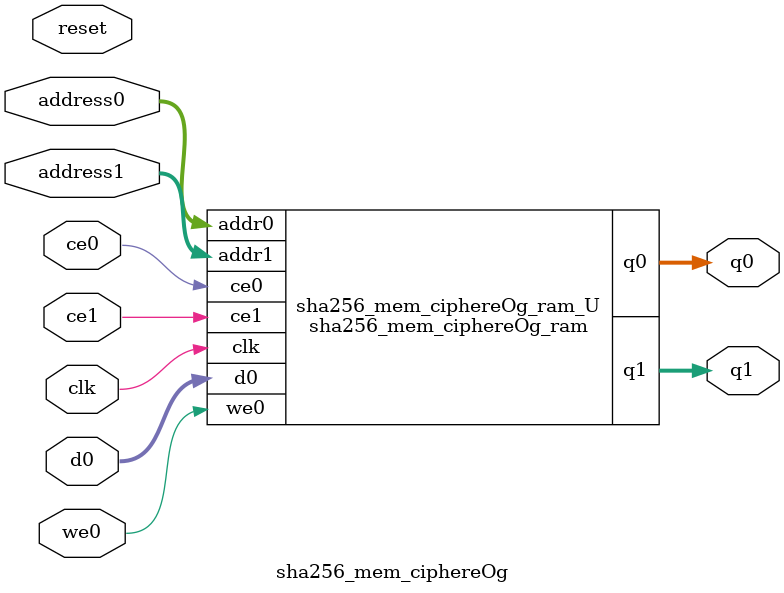
<source format=v>

`timescale 1 ns / 1 ps
module sha256_mem_ciphereOg_ram (addr0, ce0, d0, we0, q0, addr1, ce1, q1,  clk);

parameter DWIDTH = 8;
parameter AWIDTH = 7;
parameter MEM_SIZE = 128;

input[AWIDTH-1:0] addr0;
input ce0;
input[DWIDTH-1:0] d0;
input we0;
output reg[DWIDTH-1:0] q0;
input[AWIDTH-1:0] addr1;
input ce1;
output reg[DWIDTH-1:0] q1;
input clk;

(* ram_style = "block" *)reg [DWIDTH-1:0] ram[0:MEM_SIZE-1];




always @(posedge clk)  
begin 
    if (ce0) 
    begin
        if (we0) 
        begin 
            ram[addr0] <= d0; 
            q0 <= d0;
        end 
        else 
            q0 <= ram[addr0];
    end
end


always @(posedge clk)  
begin 
    if (ce1) 
    begin
            q1 <= ram[addr1];
    end
end


endmodule


`timescale 1 ns / 1 ps
module sha256_mem_ciphereOg(
    reset,
    clk,
    address0,
    ce0,
    we0,
    d0,
    q0,
    address1,
    ce1,
    q1);

parameter DataWidth = 32'd8;
parameter AddressRange = 32'd128;
parameter AddressWidth = 32'd7;
input reset;
input clk;
input[AddressWidth - 1:0] address0;
input ce0;
input we0;
input[DataWidth - 1:0] d0;
output[DataWidth - 1:0] q0;
input[AddressWidth - 1:0] address1;
input ce1;
output[DataWidth - 1:0] q1;



sha256_mem_ciphereOg_ram sha256_mem_ciphereOg_ram_U(
    .clk( clk ),
    .addr0( address0 ),
    .ce0( ce0 ),
    .d0( d0 ),
    .we0( we0 ),
    .q0( q0 ),
    .addr1( address1 ),
    .ce1( ce1 ),
    .q1( q1 ));

endmodule


</source>
